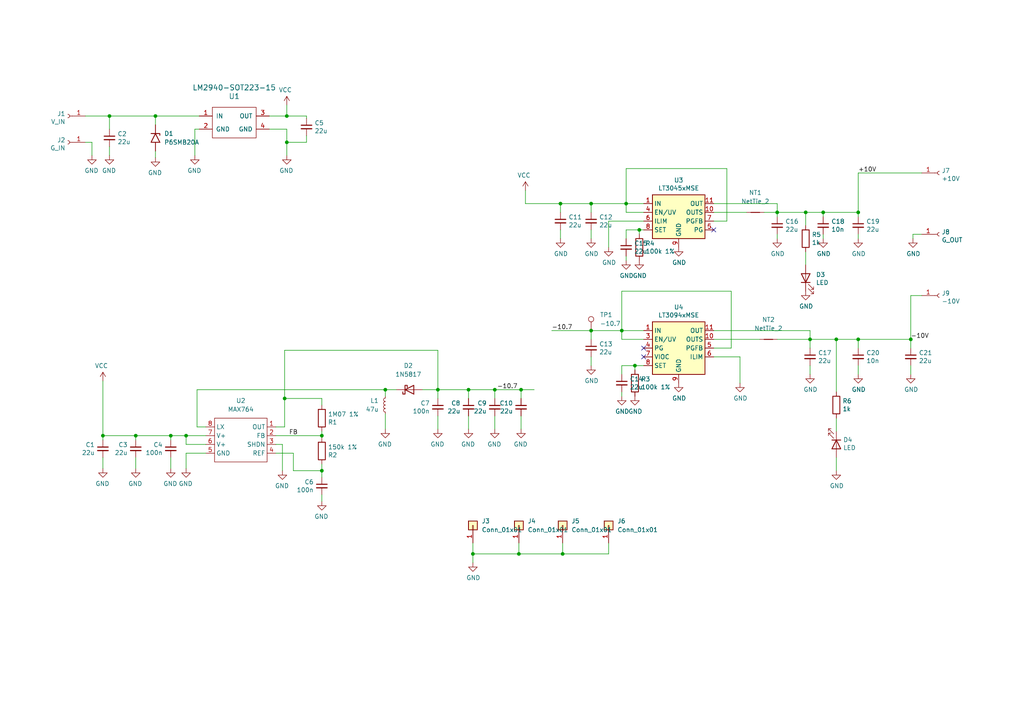
<source format=kicad_sch>
(kicad_sch (version 20211123) (generator eeschema)
  (paper "A4")
  (title_block (title "Alpine 7909 DC-DC converter ") (date "2023-07-05") (rev "2.1") (company "Marcin Dymczyk"))
  (lib_symbols
    (symbol "Connector:Conn_01x01_Female" (pin_names (offset 1.016) hide)
      (property "Reference" "J" (at 0 2.54 0))
      (property "Value" "Conn_01x01_Female" (at 0 -2.54 0))
      (symbol "Conn_01x01_Female_1_1"
        (polyline (pts (xy -1.27 0) (xy -0.508 0)) (stroke (width 0.1524)))
        (arc (start 0 0.508) (mid -0.508 0) (end 0 -0.508) (stroke (width 0.1524)))
        (pin passive line (at -5.08 0 0) (length 3.81) (name "Pin_1") (number "1"))
      )
    )
    (symbol "Connector:TestPoint" (pin_numbers hide) (pin_names (offset 0.762) hide)
      (property "Reference" "TP" (at 0 6.858 0))
      (property "Value" "TestPoint" (at 0 5.08 0))
      (symbol "TestPoint_0_1"
        (circle (center 0 3.302) (radius 0.762))
      )
      (symbol "TestPoint_1_1"
        (pin passive line (at 0 0 90) (length 2.54) (name "1") (number "1"))
      )
    )
    (symbol "Connector_Generic:Conn_01x01" (pin_names (offset 1.016) hide)
      (property "Reference" "J" (at 0 2.54 0))
      (property "Value" "Conn_01x01" (at 0 -2.54 0))
      (symbol "Conn_01x01_1_1"
        (rectangle (start -1.27 0.127) (end 0 -0.127) (stroke (width 0.1524)))
        (rectangle (start -1.27 1.27) (end 1.27 -1.27) (stroke (width 0.254)) (fill (type background)))
        (pin passive line (at -5.08 0 0) (length 3.81) (name "Pin_1") (number "1"))
      )
    )
    (symbol "Device:C_Small" (pin_numbers hide) (pin_names (offset 0.254) hide)
      (property "Reference" "C" (at 0.254 1.778 0))
      (property "Value" "C_Small" (at 0.254 -2.032 0))
      (symbol "C_Small_0_1"
        (polyline (pts (xy -1.524 -0.508) (xy 1.524 -0.508)) (stroke (width 0.3302)))
        (polyline (pts (xy -1.524 0.508) (xy 1.524 0.508)) (stroke (width 0.3048)))
      )
      (symbol "C_Small_1_1"
        (pin passive line (at 0 2.54 270) (length 2.032) (name "~") (number "1"))
        (pin passive line (at 0 -2.54 90) (length 2.032) (name "~") (number "2"))
      )
    )
    (symbol "Device:LED" (pin_numbers hide) (pin_names (offset 1.016) hide)
      (property "Reference" "D" (at 0 2.54 0))
      (property "Value" "LED" (at 0 -2.54 0))
      (symbol "LED_0_1"
        (polyline (pts (xy -1.27 -1.27) (xy -1.27 1.27)) (stroke (width 0.254)))
        (polyline (pts (xy -1.27 0) (xy 1.27 0)))
        (polyline (pts (xy 1.27 -1.27) (xy 1.27 1.27) (xy -1.27 0) (xy 1.27 -1.27)) (stroke (width 0.254)))
        (polyline (pts (xy -3.048 -0.762) (xy -4.572 -2.286) (xy -3.81 -2.286) (xy -4.572 -2.286) (xy -4.572 -1.524)))
        (polyline (pts (xy -1.778 -0.762) (xy -3.302 -2.286) (xy -2.54 -2.286) (xy -3.302 -2.286) (xy -3.302 -1.524)))
      )
      (symbol "LED_1_1"
        (pin passive line (at -3.81 0 0) (length 2.54) (name "K") (number "1"))
        (pin passive line (at 3.81 0 180) (length 2.54) (name "A") (number "2"))
      )
    )
    (symbol "Device:L_Small" (pin_numbers hide) (pin_names (offset 0.254) hide)
      (property "Reference" "L" (at 0.762 1.016 0))
      (property "Value" "L_Small" (at 0.762 -1.016 0))
      (symbol "L_Small_0_1"
        (arc (start 0 -2.032) (mid 0.508 -1.524) (end 0 -1.016))
        (arc (start 0 -1.016) (mid 0.508 -0.508) (end 0 0))
        (arc (start 0 0) (mid 0.508 0.508) (end 0 1.016))
        (arc (start 0 1.016) (mid 0.508 1.524) (end 0 2.032))
      )
      (symbol "L_Small_1_1"
        (pin passive line (at 0 2.54 270) (length 0.508) (name "~") (number "1"))
        (pin passive line (at 0 -2.54 90) (length 0.508) (name "~") (number "2"))
      )
    )
    (symbol "Device:NetTie_2" (pin_numbers hide) (pin_names (offset 0) hide)
      (property "Reference" "NT" (at 0 1.27 0))
      (property "Value" "NetTie_2" (at 0 -1.27 0))
      (symbol "NetTie_2_0_1"
        (polyline (pts (xy -1.27 0) (xy 1.27 0)) (stroke (width 0.254)))
      )
      (symbol "NetTie_2_1_1"
        (pin passive line (at -2.54 0 0) (length 2.54) (name "1") (number "1"))
        (pin passive line (at 2.54 0 180) (length 2.54) (name "2") (number "2"))
      )
    )
    (symbol "Device:R" (pin_numbers hide) (pin_names (offset 0))
      (property "Reference" "R" (at 2.032 0 90))
      (property "Value" "R" (at 0 0 90))
      (symbol "R_0_1"
        (rectangle (start -1.016 -2.54) (end 1.016 2.54) (stroke (width 0.254)))
      )
      (symbol "R_1_1"
        (pin passive line (at 0 3.81 270) (length 1.27) (name "~") (number "1"))
        (pin passive line (at 0 -3.81 90) (length 1.27) (name "~") (number "2"))
      )
    )
    (symbol "Diode:1N5817" (pin_numbers hide) (pin_names (offset 1.016) hide)
      (property "Reference" "D" (at 0 2.54 0))
      (property "Value" "1N5817" (at 0 -2.54 0))
      (symbol "1N5817_0_1"
        (polyline (pts (xy 1.27 0) (xy -1.27 0)))
        (polyline (pts (xy 1.27 1.27) (xy 1.27 -1.27) (xy -1.27 0) (xy 1.27 1.27)) (stroke (width 0.254)))
        (polyline (pts (xy -1.905 0.635) (xy -1.905 1.27) (xy -1.27 1.27) (xy -1.27 -1.27) (xy -0.635 -1.27) (xy -0.635 -0.635)) (stroke (width 0.254)))
      )
      (symbol "1N5817_1_1"
        (pin passive line (at -3.81 0 0) (length 2.54) (name "K") (number "1"))
        (pin passive line (at 3.81 0 180) (length 2.54) (name "A") (number "2"))
      )
    )
    (symbol "Diode:SM6T15A" (pin_numbers hide) (pin_names (offset 1.016) hide)
      (property "Reference" "D" (at 0 2.54 0))
      (property "Value" "SM6T15A" (at 0 -2.54 0))
      (symbol "SM6T15A_0_1"
        (polyline (pts (xy -0.762 1.27) (xy -1.27 1.27) (xy -1.27 -1.27)) (stroke (width 0.254)))
        (polyline (pts (xy 1.27 1.27) (xy 1.27 -1.27) (xy -1.27 0) (xy 1.27 1.27)) (stroke (width 0.254)))
      )
      (symbol "SM6T15A_1_1"
        (pin passive line (at -3.81 0 0) (length 2.54) (name "A1") (number "1"))
        (pin passive line (at 3.81 0 180) (length 2.54) (name "A2") (number "2"))
      )
    )
    (symbol "Regulator_Linear:LT3045xMSE"
      (property "Reference" "U" (at -6.35 6.35 0))
      (property "Value" "LT3045xMSE" (at 1.27 6.35 0))
      (symbol "LT3045xMSE_0_1"
        (rectangle (start -7.62 5.08) (end 7.62 -7.62) (stroke (width 0.254)) (fill (type background)))
      )
      (symbol "LT3045xMSE_1_1"
        (pin power_in line (at -10.16 2.54 0) (length 2.54) (name "IN") (number "1"))
        (pin input line (at 10.16 0 180) (length 2.54) (name "OUTS") (number "10"))
        (pin power_out line (at 10.16 2.54 180) (length 2.54) (name "OUT") (number "11"))
        (pin passive line (at 10.16 2.54 180) (length 2.54) hide (name "OUT") (number "12"))
        (pin passive line (at 0 -10.16 90) (length 2.54) hide (name "GND") (number "13"))
        (pin passive line (at -10.16 2.54 0) (length 2.54) hide (name "IN") (number "2"))
        (pin passive line (at -10.16 2.54 0) (length 2.54) hide (name "IN") (number "3"))
        (pin input line (at -10.16 0 0) (length 2.54) (name "EN/UV") (number "4"))
        (pin open_collector line (at 10.16 -5.08 180) (length 2.54) (name "PG") (number "5"))
        (pin passive line (at -10.16 -2.54 0) (length 2.54) (name "ILIM") (number "6"))
        (pin input line (at 10.16 -2.54 180) (length 2.54) (name "PGFB") (number "7"))
        (pin passive line (at -10.16 -5.08 0) (length 2.54) (name "SET") (number "8"))
        (pin power_in line (at 0 -10.16 90) (length 2.54) (name "GND") (number "9"))
      )
    )
    (symbol "dcdc_7909-rescue:LT3094xMSE-Regulator_Linear2"
      (property "Reference" "U" (at -6.35 8.89 0))
      (property "Value" "LT3094xMSE-Regulator_Linear2" (at 1.27 8.89 0))
      (symbol "LT3094xMSE-Regulator_Linear2_0_0"
        (pin passive line (at 10.16 5.08 180) (length 2.54) hide (name "OUT") (number "12"))
        (pin passive line (at -10.16 5.08 0) (length 2.54) hide (name "IN") (number "13"))
      )
      (symbol "LT3094xMSE-Regulator_Linear2_0_1"
        (rectangle (start 7.62 7.62) (end -7.62 -7.62) (stroke (width 0.254)) (fill (type background)))
      )
      (symbol "LT3094xMSE-Regulator_Linear2_1_1"
        (pin power_in line (at -10.16 5.08 0) (length 2.54) (name "IN") (number "1"))
        (pin input line (at 10.16 2.54 180) (length 2.54) (name "OUTS") (number "10"))
        (pin power_out line (at 10.16 5.08 180) (length 2.54) (name "OUT") (number "11"))
        (pin passive line (at -10.16 5.08 0) (length 2.54) hide (name "IN") (number "2"))
        (pin input line (at -10.16 2.54 0) (length 2.54) (name "EN/UV") (number "3"))
        (pin open_collector line (at -10.16 0 0) (length 2.54) (name "PG") (number "4"))
        (pin input line (at 10.16 0 180) (length 2.54) (name "PGFB") (number "5"))
        (pin passive line (at 10.16 -2.54 180) (length 2.54) (name "ILIM") (number "6"))
        (pin passive line (at -10.16 -2.54 0) (length 2.54) (name "VIOC") (number "7"))
        (pin passive line (at -10.16 -5.08 0) (length 2.54) (name "SET") (number "8"))
        (pin power_in line (at 0 -10.16 90) (length 2.54) (name "GND") (number "9"))
      )
    )
    (symbol "marcin_library:LM2940-SOT223" (pin_names (offset 1.016))
      (property "Reference" "U" (at 0 -3.81 0))
      (property "Value" "LM2940-SOT223" (at 0 8.89 0))
      (symbol "LM2940-SOT223_0_1"
        (rectangle (start -6.35 6.35) (end 6.35 -2.54))
      )
      (symbol "LM2940-SOT223_1_1"
        (pin power_in line (at -10.16 3.81 0) (length 3.81) (name "IN") (number "1"))
        (pin power_in line (at -10.16 0 0) (length 3.81) (name "GND") (number "2"))
        (pin power_out line (at 10.16 3.81 180) (length 3.81) (name "OUT") (number "3"))
        (pin power_in line (at 10.16 0 180) (length 3.81) (name "GND") (number "4"))
      )
    )
    (symbol "marcin_library:MAX764"
      (property "Reference" "U" (at 0 7.62 0))
      (property "Value" "MAX764" (at 0 10.16 0))
      (symbol "MAX764_0_1"
        (rectangle (start -7.62 6.35) (end 7.62 -6.35))
      )
      (symbol "MAX764_1_1"
        (pin output line (at -10.16 3.81 0) (length 2.54) (name "OUT") (number "1"))
        (pin output line (at -10.16 1.27 0) (length 2.54) (name "FB") (number "2"))
        (pin output line (at -10.16 -1.27 0) (length 2.54) (name "SHDN") (number "3"))
        (pin output line (at -10.16 -3.81 0) (length 2.54) (name "REF") (number "4"))
        (pin output line (at 10.16 -3.81 180) (length 2.54) (name "GND") (number "5"))
        (pin output line (at 10.16 -1.27 180) (length 2.54) (name "V+") (number "6"))
        (pin output line (at 10.16 1.27 180) (length 2.54) (name "V+") (number "7"))
        (pin output line (at 10.16 3.81 180) (length 2.54) (name "LX") (number "8"))
      )
    )
    (symbol "power:GND" (power) (pin_names (offset 0))
      (property "Value" "GND" (at 0 -3.81 0))
      (symbol "GND_0_1"
        (polyline (pts (xy 0 0) (xy 0 -1.27) (xy 1.27 -1.27) (xy 0 -2.54) (xy -1.27 -1.27) (xy 0 -1.27)))
      )
      (symbol "GND_1_1"
        (pin power_in line (at 0 0 270) (length 0) hide (name "GND") (number "1"))
      )
    )
    (symbol "power:VCC" (power) (pin_names (offset 0))
      (property "Value" "VCC" (at 0 3.81 0))
      (symbol "VCC_0_1"
        (polyline (pts (xy -0.762 1.27) (xy 0 2.54)))
        (polyline (pts (xy 0 0) (xy 0 2.54)))
        (polyline (pts (xy 0 2.54) (xy 0.762 1.27)))
      )
      (symbol "VCC_1_1"
        (pin power_in line (at 0 0 90) (length 0) hide (name "VCC") (number "1"))
      )
    )
  )
  (junction (at 49.53 126.365))
  (junction (at 39.37 126.365))
  (junction (at 264.16 98.425))
  (junction (at 143.51 113.03))
  (junction (at 184.15 106.045))
  (junction (at 53.975 126.365))
  (junction (at 162.56 59.055))
  (junction (at 135.89 113.03))
  (junction (at 83.185 33.655))
  (junction (at 150.495 160.655))
  (junction (at 233.68 61.595))
  (junction (at 111.76 113.03))
  (junction (at 171.45 95.885))
  (junction (at 31.75 33.655))
  (junction (at 242.57 98.425))
  (junction (at 29.845 126.365))
  (junction (at 83.185 41.275))
  (junction (at 181.61 59.055))
  (junction (at 163.195 160.655))
  (junction (at 151.13 113.03))
  (junction (at 93.345 136.525))
  (junction (at 180.34 95.885))
  (junction (at 45.085 33.655))
  (junction (at 248.92 98.425))
  (junction (at 93.345 126.365))
  (junction (at 137.16 160.655))
  (junction (at 225.425 61.595))
  (junction (at 185.42 66.675))
  (junction (at 238.76 61.595))
  (junction (at 171.45 59.055))
  (junction (at 248.92 61.595))
  (junction (at 127 113.03))
  (junction (at 82.55 115.57))
  (junction (at 234.95 98.425))
  (no_connect (at 186.69 103.505))
  (no_connect (at 186.69 100.965))
  (no_connect (at 207.01 66.675))
  (wire (pts (xy 137.16 157.48) (xy 137.16 160.655)))
  (wire (pts (xy 24.765 33.655) (xy 31.75 33.655)))
  (wire (pts (xy 180.34 95.885) (xy 186.69 95.885)))
  (wire (pts (xy 93.345 143.51) (xy 93.345 145.415)))
  (wire (pts (xy 163.195 157.48) (xy 163.195 160.655)))
  (wire (pts (xy 88.9 33.655) (xy 88.9 34.29)))
  (wire (pts (xy 248.92 50.165) (xy 248.92 61.595)))
  (wire (pts (xy 233.68 76.835) (xy 233.68 73.025)))
  (wire (pts (xy 45.085 33.655) (xy 57.785 33.655)))
  (wire (pts (xy 137.16 160.655) (xy 150.495 160.655)))
  (wire (pts (xy 83.185 41.275) (xy 88.9 41.275)))
  (wire (pts (xy 143.51 113.03) (xy 143.51 115.57)))
  (wire (pts (xy 267.335 67.945) (xy 264.795 67.945)))
  (wire (pts (xy 233.68 61.595) (xy 238.76 61.595)))
  (wire (pts (xy 143.51 120.65) (xy 143.51 124.46)))
  (wire (pts (xy 29.845 132.715) (xy 29.845 135.89)))
  (wire (pts (xy 31.75 42.545) (xy 31.75 45.085)))
  (wire (pts (xy 59.69 128.905) (xy 53.975 128.905)))
  (wire (pts (xy 181.61 75.565) (xy 181.61 74.295)))
  (wire (pts (xy 238.76 69.215) (xy 238.76 67.945)))
  (wire (pts (xy 127 120.65) (xy 127 124.46)))
  (wire (pts (xy 152.4 59.055) (xy 162.56 59.055)))
  (wire (pts (xy 181.61 66.675) (xy 181.61 69.215)))
  (wire (pts (xy 171.45 69.215) (xy 171.45 66.675)))
  (wire (pts (xy 83.185 33.655) (xy 88.9 33.655)))
  (wire (pts (xy 180.34 98.425) (xy 180.34 95.885)))
  (wire (pts (xy 59.69 123.825) (xy 57.15 123.825)))
  (wire (pts (xy 88.9 41.275) (xy 88.9 39.37)))
  (wire (pts (xy 207.01 100.965) (xy 212.09 100.965)))
  (wire (pts (xy 221.615 61.595) (xy 225.425 61.595)))
  (wire (pts (xy 171.45 95.885) (xy 180.34 95.885)))
  (wire (pts (xy 82.55 101.6) (xy 127 101.6)))
  (wire (pts (xy 171.45 106.045) (xy 171.45 103.505)))
  (wire (pts (xy 78.105 37.465) (xy 83.185 37.465)))
  (wire (pts (xy 162.56 59.055) (xy 171.45 59.055)))
  (wire (pts (xy 267.335 85.725) (xy 264.16 85.725)))
  (wire (pts (xy 176.53 160.655) (xy 176.53 157.48)))
  (wire (pts (xy 207.01 98.425) (xy 220.345 98.425)))
  (wire (pts (xy 225.425 59.055) (xy 225.425 61.595)))
  (wire (pts (xy 83.185 33.655) (xy 83.185 30.48)))
  (wire (pts (xy 234.95 100.965) (xy 234.95 98.425)))
  (wire (pts (xy 80.01 126.365) (xy 93.345 126.365)))
  (wire (pts (xy 210.82 64.135) (xy 210.82 48.895)))
  (wire (pts (xy 238.76 61.595) (xy 238.76 62.865)))
  (wire (pts (xy 242.57 125.095) (xy 242.57 121.285)))
  (wire (pts (xy 180.34 114.935) (xy 180.34 113.665)))
  (wire (pts (xy 85.09 131.445) (xy 85.09 136.525)))
  (wire (pts (xy 152.4 55.245) (xy 152.4 59.055)))
  (wire (pts (xy 59.69 126.365) (xy 53.975 126.365)))
  (wire (pts (xy 137.16 160.655) (xy 137.16 163.195)))
  (wire (pts (xy 185.42 66.675) (xy 181.61 66.675)))
  (wire (pts (xy 39.37 132.715) (xy 39.37 135.89)))
  (wire (pts (xy 242.57 136.525) (xy 242.57 132.715)))
  (wire (pts (xy 207.01 95.885) (xy 234.95 95.885)))
  (wire (pts (xy 127 113.03) (xy 127 115.57)))
  (wire (pts (xy 248.92 69.215) (xy 248.92 67.945)))
  (wire (pts (xy 150.495 160.655) (xy 163.195 160.655)))
  (wire (pts (xy 39.37 126.365) (xy 39.37 127.635)))
  (wire (pts (xy 186.69 98.425) (xy 180.34 98.425)))
  (wire (pts (xy 171.45 98.425) (xy 171.45 95.885)))
  (wire (pts (xy 151.13 113.03) (xy 154.94 113.03)))
  (wire (pts (xy 214.63 103.505) (xy 214.63 111.125)))
  (wire (pts (xy 31.75 33.655) (xy 45.085 33.655)))
  (wire (pts (xy 225.425 98.425) (xy 234.95 98.425)))
  (wire (pts (xy 210.82 48.895) (xy 181.61 48.895)))
  (wire (pts (xy 29.845 126.365) (xy 29.845 127.635)))
  (wire (pts (xy 207.01 59.055) (xy 225.425 59.055)))
  (wire (pts (xy 127 113.03) (xy 135.89 113.03)))
  (wire (pts (xy 160.02 95.885) (xy 171.45 95.885)))
  (wire (pts (xy 162.56 66.675) (xy 162.56 69.215)))
  (wire (pts (xy 150.495 157.48) (xy 150.495 160.655)))
  (wire (pts (xy 24.765 41.275) (xy 26.67 41.275)))
  (wire (pts (xy 233.68 65.405) (xy 233.68 61.595)))
  (wire (pts (xy 135.89 113.03) (xy 135.89 115.57)))
  (wire (pts (xy 81.915 128.905) (xy 81.915 136.525)))
  (wire (pts (xy 180.34 106.045) (xy 180.34 108.585)))
  (wire (pts (xy 248.92 50.165) (xy 267.335 50.165)))
  (wire (pts (xy 186.69 64.135) (xy 176.53 64.135)))
  (wire (pts (xy 56.515 37.465) (xy 56.515 45.085)))
  (wire (pts (xy 83.185 41.275) (xy 83.185 45.085)))
  (wire (pts (xy 49.53 126.365) (xy 39.37 126.365)))
  (wire (pts (xy 248.92 98.425) (xy 248.92 100.965)))
  (wire (pts (xy 114.935 113.03) (xy 111.76 113.03)))
  (wire (pts (xy 53.975 126.365) (xy 53.975 128.905)))
  (wire (pts (xy 225.425 67.945) (xy 225.425 69.215)))
  (wire (pts (xy 242.57 113.665) (xy 242.57 98.425)))
  (wire (pts (xy 111.76 120.015) (xy 111.76 124.46)))
  (wire (pts (xy 80.01 123.825) (xy 82.55 123.825)))
  (wire (pts (xy 234.95 108.585) (xy 234.95 106.045)))
  (wire (pts (xy 31.75 33.655) (xy 31.75 37.465)))
  (wire (pts (xy 127 101.6) (xy 127 113.03)))
  (wire (pts (xy 212.09 84.455) (xy 180.34 84.455)))
  (wire (pts (xy 26.67 41.275) (xy 26.67 45.085)))
  (wire (pts (xy 242.57 98.425) (xy 248.92 98.425)))
  (wire (pts (xy 53.975 131.445) (xy 53.975 135.89)))
  (wire (pts (xy 83.185 37.465) (xy 83.185 41.275)))
  (wire (pts (xy 181.61 59.055) (xy 186.69 59.055)))
  (wire (pts (xy 53.975 126.365) (xy 49.53 126.365)))
  (wire (pts (xy 184.15 106.045) (xy 180.34 106.045)))
  (wire (pts (xy 45.085 43.815) (xy 45.085 45.72)))
  (wire (pts (xy 56.515 37.465) (xy 57.785 37.465)))
  (wire (pts (xy 248.92 61.595) (xy 248.92 62.865)))
  (wire (pts (xy 93.345 117.475) (xy 93.345 115.57)))
  (wire (pts (xy 135.89 113.03) (xy 143.51 113.03)))
  (wire (pts (xy 93.345 126.365) (xy 93.345 127)))
  (wire (pts (xy 49.53 132.715) (xy 49.53 135.89)))
  (wire (pts (xy 234.95 98.425) (xy 242.57 98.425)))
  (wire (pts (xy 185.42 66.675) (xy 185.42 67.945)))
  (wire (pts (xy 49.53 126.365) (xy 49.53 127.635)))
  (wire (pts (xy 163.195 160.655) (xy 176.53 160.655)))
  (wire (pts (xy 93.345 136.525) (xy 93.345 138.43)))
  (wire (pts (xy 181.61 61.595) (xy 181.61 59.055)))
  (wire (pts (xy 264.16 108.585) (xy 264.16 106.045)))
  (wire (pts (xy 93.345 136.525) (xy 93.345 134.62)))
  (wire (pts (xy 264.16 85.725) (xy 264.16 98.425)))
  (wire (pts (xy 39.37 126.365) (xy 29.845 126.365)))
  (wire (pts (xy 180.34 84.455) (xy 180.34 95.885)))
  (wire (pts (xy 171.45 59.055) (xy 181.61 59.055)))
  (wire (pts (xy 248.92 108.585) (xy 248.92 106.045)))
  (wire (pts (xy 207.01 61.595) (xy 216.535 61.595)))
  (wire (pts (xy 181.61 48.895) (xy 181.61 59.055)))
  (wire (pts (xy 111.76 113.03) (xy 111.76 114.935)))
  (wire (pts (xy 186.69 66.675) (xy 185.42 66.675)))
  (wire (pts (xy 264.16 98.425) (xy 264.16 100.965)))
  (wire (pts (xy 45.085 33.655) (xy 45.085 36.195)))
  (wire (pts (xy 143.51 113.03) (xy 151.13 113.03)))
  (wire (pts (xy 264.795 67.945) (xy 264.795 69.215)))
  (wire (pts (xy 162.56 59.055) (xy 162.56 61.595)))
  (wire (pts (xy 225.425 61.595) (xy 225.425 62.865)))
  (wire (pts (xy 225.425 61.595) (xy 233.68 61.595)))
  (wire (pts (xy 176.53 64.135) (xy 176.53 71.755)))
  (wire (pts (xy 186.69 61.595) (xy 181.61 61.595)))
  (wire (pts (xy 127 113.03) (xy 122.555 113.03)))
  (wire (pts (xy 207.01 64.135) (xy 210.82 64.135)))
  (wire (pts (xy 82.55 115.57) (xy 82.55 123.825)))
  (wire (pts (xy 57.15 123.825) (xy 57.15 113.03)))
  (wire (pts (xy 85.09 136.525) (xy 93.345 136.525)))
  (wire (pts (xy 238.76 61.595) (xy 248.92 61.595)))
  (wire (pts (xy 82.55 115.57) (xy 93.345 115.57)))
  (wire (pts (xy 248.92 98.425) (xy 264.16 98.425)))
  (wire (pts (xy 78.105 33.655) (xy 83.185 33.655)))
  (wire (pts (xy 80.01 128.905) (xy 81.915 128.905)))
  (wire (pts (xy 59.69 131.445) (xy 53.975 131.445)))
  (wire (pts (xy 29.845 110.49) (xy 29.845 126.365)))
  (wire (pts (xy 234.95 95.885) (xy 234.95 98.425)))
  (wire (pts (xy 184.15 106.045) (xy 184.15 107.315)))
  (wire (pts (xy 212.09 100.965) (xy 212.09 84.455)))
  (wire (pts (xy 171.45 61.595) (xy 171.45 59.055)))
  (wire (pts (xy 151.13 120.65) (xy 151.13 124.46)))
  (wire (pts (xy 207.01 103.505) (xy 214.63 103.505)))
  (wire (pts (xy 93.345 125.095) (xy 93.345 126.365)))
  (wire (pts (xy 80.01 131.445) (xy 85.09 131.445)))
  (wire (pts (xy 82.55 101.6) (xy 82.55 115.57)))
  (wire (pts (xy 186.69 106.045) (xy 184.15 106.045)))
  (wire (pts (xy 135.89 120.65) (xy 135.89 124.46)))
  (wire (pts (xy 151.13 113.03) (xy 151.13 115.57)))
  (wire (pts (xy 57.15 113.03) (xy 111.76 113.03)))
  (label "FB" (at 83.82 126.365 0))
  (label "-10.7" (at 144.145 113.03 0))
  (label "-10V" (at 264.16 98.425 0))
  (label "+10V" (at 248.92 50.165 0))
  (label "-10.7" (at 160.02 95.885 0))
  (symbol (lib_id "Regulator_Linear:LT3045xMSE") (at 196.85 61.595 0) (unit 1)
    (property "Reference" "U3" (at 196.85 52.2732 0))
    (property "Value" "LT3045xMSE" (at 196.85 54.5846 0))
    (property "Footprint" "Package_SO:MSOP-12-1EP_3x4mm_P0.65mm_EP1.65x2.85mm" (effects hide))
    (property "Datasheet" "https://www.analog.com/media/en/technical-documentation/data-sheets/3045fa.pdf" (effects hide))
    (property "LCSC" "C666577" (effects hide))
  )
  (symbol (lib_id "dcdc_7909-rescue:LT3094xMSE-Regulator_Linear2") (at 196.85 100.965 0) (unit 1)
    (property "Reference" "U4" (at 196.85 89.1032 0))
    (property "Value" "LT3094xMSE" (at 196.85 91.4146 0))
    (property "Footprint" "Package_SO:MSOP-12-1EP_3x4mm_P0.65mm_EP1.65x2.85mm" (effects hide))
    (property "LCSC" "C498217" (effects hide))
  )
  (symbol (lib_id "power:GND") (at 196.85 111.125 0) (unit 1)
    (property "Reference" "#PWR030" (effects hide))
    (property "Value" "GND" (at 196.977 115.5192 0))
  )
  (symbol (lib_id "power:GND") (at 196.85 71.755 0) (unit 1)
    (property "Reference" "#PWR029" (effects hide))
    (property "Value" "GND" (at 196.977 76.1492 0))
  )
  (symbol (lib_id "power:GND") (at 214.63 111.125 0) (unit 1)
    (property "Reference" "#PWR031" (effects hide))
    (property "Value" "GND" (at 214.757 115.5192 0))
  )
  (symbol (lib_id "power:GND") (at 176.53 71.755 0) (unit 1)
    (property "Reference" "#PWR024" (effects hide))
    (property "Value" "GND" (at 176.657 76.1492 0))
  )
  (symbol (lib_id "Connector:Conn_01x01_Female") (at 19.685 33.655 0) (mirror y) (unit 1)
    (property "Reference" "J1" (at 18.9738 32.9946 0) (effects (justify left)))
    (property "Value" "V_IN" (at 18.9738 35.306 0) (effects (justify left)))
    (property "Footprint" "Connector_Wire:SolderWire-0.75sqmm_1x01_D1.25mm_OD3.5mm" (effects hide))
    (property "LCSC" "DO NOT POPULATE" (effects hide))
  )
  (symbol (lib_id "Connector:Conn_01x01_Female") (at 19.685 41.275 0) (mirror y) (unit 1)
    (property "Reference" "J2" (at 18.9738 40.6146 0) (effects (justify left)))
    (property "Value" "G_IN" (at 18.9738 42.926 0) (effects (justify left)))
    (property "Footprint" "Connector_Wire:SolderWire-0.75sqmm_1x01_D1.25mm_OD3.5mm" (effects hide))
    (property "LCSC" "DO NOT POPULATE" (effects hide))
  )
  (symbol (lib_id "power:VCC") (at 83.185 30.48 0) (mirror y) (unit 1)
    (property "Reference" "#PWR011" (effects hide))
    (property "Value" "VCC" (at 82.7532 26.0858 0))
  )
  (symbol (lib_id "power:GND") (at 26.67 45.085 0) (mirror y) (unit 1)
    (property "Reference" "#PWR01" (effects hide))
    (property "Value" "GND" (at 26.543 49.4792 0))
  )
  (symbol (lib_id "Connector:Conn_01x01_Female") (at 272.415 50.165 0) (unit 1)
    (property "Reference" "J7" (at 273.1262 49.5046 0) (effects (justify left)))
    (property "Value" "+10V" (at 273.1262 51.816 0) (effects (justify left)))
    (property "Footprint" "Connector_Wire:SolderWire-0.75sqmm_1x01_D1.25mm_OD3.5mm" (effects hide))
    (property "LCSC" "DO NOT POPULATE" (effects hide))
  )
  (symbol (lib_id "Connector:Conn_01x01_Female") (at 272.415 67.945 0) (unit 1)
    (property "Reference" "J8" (at 273.1262 67.2846 0) (effects (justify left)))
    (property "Value" "G_OUT" (at 273.1262 69.596 0) (effects (justify left)))
    (property "Footprint" "Connector_Wire:SolderWire-0.75sqmm_1x01_D1.25mm_OD3.5mm" (effects hide))
    (property "LCSC" "DO NOT POPULATE" (effects hide))
  )
  (symbol (lib_id "Connector:Conn_01x01_Female") (at 272.415 85.725 0) (unit 1)
    (property "Reference" "J9" (at 273.1262 85.0646 0) (effects (justify left)))
    (property "Value" "-10V" (at 273.1262 87.376 0) (effects (justify left)))
    (property "Footprint" "Connector_Wire:SolderWire-0.75sqmm_1x01_D1.25mm_OD3.5mm" (effects hide))
    (property "LCSC" "DO NOT POPULATE" (effects hide))
  )
  (symbol (lib_id "power:GND") (at 264.795 69.215 0) (unit 1)
    (property "Reference" "#PWR040" (effects hide))
    (property "Value" "GND" (at 264.922 73.6092 0))
  )
  (symbol (lib_id "Device:R") (at 185.42 71.755 0) (unit 1)
    (property "Reference" "R4" (at 187.198 70.5866 0) (effects (justify left)))
    (property "Value" "100k 1%" (at 187.198 72.898 0) (effects (justify left)))
    (property "Footprint" "Resistor_SMD:R_0603_1608Metric" (effects hide))
    (property "LCSC" "C25803" (effects hide))
  )
  (symbol (lib_id "Device:R") (at 184.15 111.125 0) (unit 1)
    (property "Reference" "R3" (at 185.928 109.9566 0) (effects (justify left)))
    (property "Value" "100k 1%" (at 185.928 112.268 0) (effects (justify left)))
    (property "Footprint" "Resistor_SMD:R_0603_1608Metric" (effects hide))
    (property "LCSC" "C25803" (effects hide))
  )
  (symbol (lib_id "power:GND") (at 185.42 75.565 0) (unit 1)
    (property "Reference" "#PWR028" (effects hide))
    (property "Value" "GND" (at 185.547 79.9592 0))
  )
  (symbol (lib_id "power:GND") (at 184.15 114.935 0) (unit 1)
    (property "Reference" "#PWR027" (effects hide))
    (property "Value" "GND" (at 184.277 119.3292 0))
  )
  (symbol (lib_id "Device:C_Small") (at 171.45 100.965 0) (unit 1)
    (property "Reference" "C13" (at 173.7868 99.7966 0) (effects (justify left)))
    (property "Value" "22u" (at 173.7868 102.108 0) (effects (justify left)))
    (property "Footprint" "Capacitor_SMD:C_1210_3225Metric" (effects hide))
    (property "LCSC" "C426653" (effects hide))
    (property "PN" "Murata GCM32EC71E226KE36" (effects hide))
  )
  (symbol (lib_id "Device:C_Small") (at 171.45 64.135 0) (unit 1)
    (property "Reference" "C12" (at 173.7868 62.9666 0) (effects (justify left)))
    (property "Value" "22u" (at 173.7868 65.278 0) (effects (justify left)))
    (property "Footprint" "Capacitor_SMD:C_1210_3225Metric" (effects hide))
    (property "LCSC" "C426653" (effects hide))
    (property "PN" "Murata GCM32EC71E226KE36" (effects hide))
  )
  (symbol (lib_id "power:GND") (at 171.45 106.045 0) (unit 1)
    (property "Reference" "#PWR023" (effects hide))
    (property "Value" "GND" (at 171.577 110.4392 0))
  )
  (symbol (lib_id "power:GND") (at 171.45 69.215 0) (unit 1)
    (property "Reference" "#PWR022" (effects hide))
    (property "Value" "GND" (at 171.577 73.6092 0))
  )
  (symbol (lib_id "Device:C_Small") (at 234.95 103.505 0) (unit 1)
    (property "Reference" "C17" (at 237.2868 102.3366 0) (effects (justify left)))
    (property "Value" "22u" (at 237.2868 104.648 0) (effects (justify left)))
    (property "Footprint" "Capacitor_SMD:C_1210_3225Metric" (effects hide))
    (property "LCSC" "C426653" (effects hide))
    (property "PN" "Murata GCM32EC71E226KE36" (effects hide))
  )
  (symbol (lib_id "Device:C_Small") (at 225.425 65.405 0) (unit 1)
    (property "Reference" "C16" (at 227.7618 64.2366 0) (effects (justify left)))
    (property "Value" "22u" (at 227.7618 66.548 0) (effects (justify left)))
    (property "Footprint" "Capacitor_SMD:C_1210_3225Metric" (effects hide))
    (property "LCSC" "C426653" (effects hide))
    (property "PN" "Murata GCM32EC71E226KE36" (effects hide))
  )
  (symbol (lib_id "power:GND") (at 234.95 108.585 0) (unit 1)
    (property "Reference" "#PWR034" (effects hide))
    (property "Value" "GND" (at 235.077 112.9792 0))
  )
  (symbol (lib_id "power:GND") (at 225.425 69.215 0) (unit 1)
    (property "Reference" "#PWR032" (effects hide))
    (property "Value" "GND" (at 225.552 73.6092 0))
  )
  (symbol (lib_id "Device:C_Small") (at 180.34 111.125 0) (unit 1)
    (property "Reference" "C14" (at 182.6768 109.9566 0) (effects (justify left)))
    (property "Value" "22u" (at 182.6768 112.268 0) (effects (justify left)))
    (property "Footprint" "Capacitor_SMD:C_1206_3216Metric" (effects hide))
    (property "LCSC" "C12891" (effects hide))
    (property "PN" "Samsung CL31A226KAHNNNE" (effects hide))
  )
  (symbol (lib_id "Device:C_Small") (at 181.61 71.755 0) (unit 1)
    (property "Reference" "C15" (at 183.9468 70.5866 0) (effects (justify left)))
    (property "Value" "22u" (at 183.9468 72.898 0) (effects (justify left)))
    (property "Footprint" "Capacitor_SMD:C_1206_3216Metric" (effects hide))
    (property "LCSC" "C12891" (effects hide))
    (property "PN" "Samsung CL31A226KAHNNNE" (effects hide))
  )
  (symbol (lib_id "power:GND") (at 181.61 75.565 0) (unit 1)
    (property "Reference" "#PWR026" (effects hide))
    (property "Value" "GND" (at 181.737 79.9592 0))
  )
  (symbol (lib_id "power:GND") (at 180.34 114.935 0) (unit 1)
    (property "Reference" "#PWR025" (effects hide))
    (property "Value" "GND" (at 180.467 119.3292 0))
  )
  (symbol (lib_id "Device:C_Small") (at 238.76 65.405 0) (unit 1)
    (property "Reference" "C18" (at 241.0968 64.2366 0) (effects (justify left)))
    (property "Value" "10n" (at 241.0968 66.548 0) (effects (justify left)))
    (property "Footprint" "Capacitor_SMD:C_0402_1005Metric" (effects hide))
    (property "LCSC" "C15195" (effects hide))
  )
  (symbol (lib_id "Device:C_Small") (at 248.92 103.505 0) (unit 1)
    (property "Reference" "C20" (at 251.2568 102.3366 0) (effects (justify left)))
    (property "Value" "10n" (at 251.2568 104.648 0) (effects (justify left)))
    (property "Footprint" "Capacitor_SMD:C_0402_1005Metric" (effects hide))
    (property "LCSC" "C15195" (effects hide))
  )
  (symbol (lib_id "power:GND") (at 264.16 108.585 0) (unit 1)
    (property "Reference" "#PWR039" (effects hide))
    (property "Value" "GND" (at 264.287 112.9792 0))
  )
  (symbol (lib_id "power:GND") (at 248.92 108.585 0) (unit 1)
    (property "Reference" "#PWR038" (effects hide))
    (property "Value" "GND" (at 249.047 112.9792 0))
  )
  (symbol (lib_id "power:GND") (at 238.76 69.215 0) (unit 1)
    (property "Reference" "#PWR035" (effects hide))
    (property "Value" "GND" (at 238.887 73.6092 0))
  )
  (symbol (lib_id "power:GND") (at 248.92 69.215 0) (unit 1)
    (property "Reference" "#PWR037" (effects hide))
    (property "Value" "GND" (at 249.047 73.6092 0))
  )
  (symbol (lib_id "Device:LED") (at 233.68 80.645 90) (unit 1)
    (property "Reference" "D3" (at 236.6518 79.6544 90) (effects (justify right)))
    (property "Value" "LED" (at 236.6518 81.9658 90) (effects (justify right)))
    (property "Footprint" "LED_SMD:LED_0805_2012Metric_Pad1.15x1.40mm_HandSolder" (effects hide))
    (property "LCSC" "DO NOT POPULATE" (effects hide))
  )
  (symbol (lib_id "Device:R") (at 233.68 69.215 0) (unit 1)
    (property "Reference" "R5" (at 235.458 68.0466 0) (effects (justify left)))
    (property "Value" "1k" (at 235.458 70.358 0) (effects (justify left)))
    (property "Footprint" "Resistor_SMD:R_0402_1005Metric" (effects hide))
    (property "LCSC" "C21190" (effects hide))
  )
  (symbol (lib_id "Device:R") (at 242.57 117.475 0) (unit 1)
    (property "Reference" "R6" (at 244.348 116.3066 0) (effects (justify left)))
    (property "Value" "1k" (at 244.348 118.618 0) (effects (justify left)))
    (property "Footprint" "Resistor_SMD:R_0402_1005Metric" (effects hide))
    (property "LCSC" "C21190" (effects hide))
  )
  (symbol (lib_id "Device:LED") (at 242.57 128.905 270) (unit 1)
    (property "Reference" "D4" (at 244.5512 127.5588 90) (effects (justify left)))
    (property "Value" "LED" (at 244.5512 129.8702 90) (effects (justify left)))
    (property "Footprint" "LED_SMD:LED_0805_2012Metric_Pad1.15x1.40mm_HandSolder" (effects hide))
    (property "LCSC" "DO NOT POPULATE" (effects hide))
  )
  (symbol (lib_id "power:GND") (at 242.57 136.525 0) (unit 1)
    (property "Reference" "#PWR036" (effects hide))
    (property "Value" "GND" (at 242.697 140.9192 0))
  )
  (symbol (lib_id "power:GND") (at 233.68 84.455 0) (unit 1)
    (property "Reference" "#PWR033" (effects hide))
    (property "Value" "GND" (at 233.807 88.8492 0))
  )
  (symbol (lib_id "Connector_Generic:Conn_01x01") (at 163.195 152.4 90) (unit 1)
    (property "Reference" "J5" (at 165.735 151.1299 90) (effects (justify right)))
    (property "Value" "Conn_01x01" (at 165.735 153.6699 90) (effects (justify right)))
    (property "Footprint" "Connector_Wire:SolderWirePad_1x01_SMD_1x2mm" (effects hide))
  )
  (symbol (lib_id "Device:C_Small") (at 29.845 130.175 0) (mirror y) (unit 1)
    (property "Reference" "C1" (at 27.5082 129.0066 0) (effects (justify left)))
    (property "Value" "22u" (at 27.5082 131.318 0) (effects (justify left)))
    (property "Footprint" "Capacitor_SMD:C_1210_3225Metric" (effects hide))
    (property "LCSC" "C426653" (effects hide))
    (property "PN" "Murata GCM32EC71E226KE36" (effects hide))
  )
  (symbol (lib_id "Device:C_Small") (at 49.53 130.175 0) (mirror y) (unit 1)
    (property "Reference" "C4" (at 47.1932 129.0066 0) (effects (justify left)))
    (property "Value" "100n" (at 47.1932 131.318 0) (effects (justify left)))
    (property "Footprint" "Capacitor_SMD:C_0402_1005Metric" (effects hide))
    (property "LCSC" "C15195" (effects hide))
  )
  (symbol (lib_id "Device:C_Small") (at 264.16 103.505 0) (unit 1)
    (property "Reference" "C21" (at 266.4968 102.3366 0) (effects (justify left)))
    (property "Value" "22u" (at 266.4968 104.648 0) (effects (justify left)))
    (property "Footprint" "Capacitor_SMD:C_1210_3225Metric" (effects hide))
    (property "LCSC" "C426653" (effects hide))
    (property "PN" "Murata GCM32EC71E226KE36" (effects hide))
  )
  (symbol (lib_id "power:GND") (at 151.13 124.46 0) (mirror y) (unit 1)
    (property "Reference" "#PWR019" (effects hide))
    (property "Value" "GND" (at 151.003 128.8542 0))
  )
  (symbol (lib_id "power:GND") (at 83.185 45.085 0) (mirror y) (unit 1)
    (property "Reference" "#PWR012" (effects hide))
    (property "Value" "GND" (at 83.058 49.4792 0))
  )
  (symbol (lib_id "power:GND") (at 162.56 69.215 0) (unit 1)
    (property "Reference" "#PWR021" (effects hide))
    (property "Value" "GND" (at 162.687 73.6092 0))
  )
  (symbol (lib_id "Device:C_Small") (at 162.56 64.135 0) (unit 1)
    (property "Reference" "C11" (at 164.8968 62.9666 0) (effects (justify left)))
    (property "Value" "22u" (at 164.8968 65.278 0) (effects (justify left)))
    (property "Footprint" "Capacitor_SMD:C_1210_3225Metric" (effects hide))
    (property "LCSC" "C426653" (effects hide))
    (property "PN" "Murata GCM32EC71E226KE36" (effects hide))
  )
  (symbol (lib_id "Connector_Generic:Conn_01x01") (at 176.53 152.4 90) (unit 1)
    (property "Reference" "J6" (at 179.07 151.1299 90) (effects (justify right)))
    (property "Value" "Conn_01x01" (at 179.07 153.6699 90) (effects (justify right)))
    (property "Footprint" "Connector_Wire:SolderWirePad_1x01_SMD_1x2mm" (effects hide))
  )
  (symbol (lib_id "power:GND") (at 56.515 45.085 0) (mirror y) (unit 1)
    (property "Reference" "#PWR09" (effects hide))
    (property "Value" "GND" (at 56.388 49.4792 0))
  )
  (symbol (lib_id "power:VCC") (at 29.845 110.49 0) (mirror y) (unit 1)
    (property "Reference" "#PWR02" (effects hide))
    (property "Value" "VCC" (at 29.4132 106.0958 0))
  )
  (symbol (lib_id "marcin_library:LM2940-SOT223") (at 67.945 37.465 0) (unit 1)
    (property "Reference" "U1" (at 67.945 27.94 0) (effects (font (size 1.524 1.524))))
    (property "Value" "LM2940-SOT223-15" (at 67.945 25.4 0) (effects (font (size 1.524 1.524))))
    (property "Footprint" "Package_TO_SOT_SMD:SOT-223" (effects hide))
    (property "LCSC" "C81094" (effects hide))
  )
  (symbol (lib_id "Device:C_Small") (at 151.13 118.11 0) (mirror y) (unit 1)
    (property "Reference" "C10" (at 148.7932 116.9416 0) (effects (justify left)))
    (property "Value" "22u" (at 148.7932 119.253 0) (effects (justify left)))
    (property "Footprint" "Capacitor_SMD:C_1210_3225Metric" (effects hide))
    (property "LCSC" "C426653" (effects hide))
    (property "PN" "Murata GCM32EC71E226KE36" (effects hide))
  )
  (symbol (lib_id "Device:C_Small") (at 88.9 36.83 0) (unit 1)
    (property "Reference" "C5" (at 91.2368 35.6616 0) (effects (justify left)))
    (property "Value" "22u" (at 91.2368 37.973 0) (effects (justify left)))
    (property "Footprint" "Capacitor_SMD:C_1210_3225Metric" (effects hide))
    (property "LCSC" "C426653" (effects hide))
    (property "PN" "Murata GCM32EC71E226KE36" (effects hide))
  )
  (symbol (lib_id "Device:C_Small") (at 127 118.11 0) (mirror y) (unit 1)
    (property "Reference" "C7" (at 124.6632 116.9416 0) (effects (justify left)))
    (property "Value" "100n" (at 124.6632 119.253 0) (effects (justify left)))
    (property "Footprint" "Capacitor_SMD:C_0402_1005Metric" (effects hide))
    (property "LCSC" "C15195" (effects hide))
  )
  (symbol (lib_id "Connector_Generic:Conn_01x01") (at 150.495 152.4 90) (unit 1)
    (property "Reference" "J4" (at 153.035 151.1299 90) (effects (justify right)))
    (property "Value" "Conn_01x01" (at 153.035 153.6699 90) (effects (justify right)))
    (property "Footprint" "Connector_Wire:SolderWirePad_1x01_SMD_1x2mm" (effects hide))
  )
  (symbol (lib_id "Device:NetTie_2") (at 219.075 61.595 0) (unit 1)
    (property "Reference" "NT1" (at 219.075 55.88 0))
    (property "Value" "NetTie_2" (at 219.075 58.42 0))
    (property "Footprint" "NetTie:NetTie-2_SMD_Pad0.5mm" (effects hide))
    (property "LCSC" "DO NOT POPULATE" (effects hide))
  )
  (symbol (lib_id "Device:C_Small") (at 143.51 118.11 0) (mirror y) (unit 1)
    (property "Reference" "C9" (at 141.1732 116.9416 0) (effects (justify left)))
    (property "Value" "22u" (at 141.1732 119.253 0) (effects (justify left)))
    (property "Footprint" "Capacitor_SMD:C_1210_3225Metric" (effects hide))
    (property "LCSC" "C426653" (effects hide))
    (property "PN" "Murata GCM32EC71E226KE36" (effects hide))
  )
  (symbol (lib_id "power:GND") (at 31.75 45.085 0) (mirror y) (unit 1)
    (property "Reference" "#PWR04" (effects hide))
    (property "Value" "GND" (at 31.623 49.4792 0))
  )
  (symbol (lib_id "power:GND") (at 143.51 124.46 0) (mirror y) (unit 1)
    (property "Reference" "#PWR018" (effects hide))
    (property "Value" "GND" (at 143.383 128.8542 0))
  )
  (symbol (lib_id "power:GND") (at 29.845 135.89 0) (mirror y) (unit 1)
    (property "Reference" "#PWR03" (effects hide))
    (property "Value" "GND" (at 29.718 140.2842 0))
  )
  (symbol (lib_id "Connector_Generic:Conn_01x01") (at 137.16 152.4 90) (unit 1)
    (property "Reference" "J3" (at 139.7 151.1299 90) (effects (justify right)))
    (property "Value" "Conn_01x01" (at 139.7 153.6699 90) (effects (justify right)))
    (property "Footprint" "Connector_Wire:SolderWirePad_1x01_SMD_1x2mm" (effects hide))
  )
  (symbol (lib_id "Device:C_Small") (at 135.89 118.11 0) (mirror y) (unit 1)
    (property "Reference" "C8" (at 133.5532 116.9416 0) (effects (justify left)))
    (property "Value" "22u" (at 133.5532 119.253 0) (effects (justify left)))
    (property "Footprint" "Capacitor_SMD:C_1210_3225Metric" (effects hide))
    (property "LCSC" "C426653" (effects hide))
    (property "PN" "Murata GCM32EC71E226KE36" (effects hide))
  )
  (symbol (lib_id "power:GND") (at 127 124.46 0) (mirror y) (unit 1)
    (property "Reference" "#PWR015" (effects hide))
    (property "Value" "GND" (at 126.873 128.8542 0))
  )
  (symbol (lib_id "Diode:1N5817") (at 118.745 113.03 0) (mirror x) (unit 1)
    (property "Reference" "D2" (at 118.4275 106.045 0))
    (property "Value" "1N5817" (at 118.4275 108.585 0))
    (property "Footprint" "Diode_SMD:D_PowerDI-123" (effects hide))
    (property "Datasheet" "http://www.vishay.com/docs/88525/1n5817.pdf" (effects hide))
  )
  (symbol (lib_id "power:GND") (at 111.76 124.46 0) (mirror y) (unit 1)
    (property "Reference" "#PWR014" (effects hide))
    (property "Value" "GND" (at 111.633 128.8542 0))
  )
  (symbol (lib_id "Device:NetTie_2") (at 222.885 98.425 0) (unit 1)
    (property "Reference" "NT2" (at 222.885 92.71 0))
    (property "Value" "NetTie_2" (at 222.885 95.25 0))
    (property "Footprint" "NetTie:NetTie-2_SMD_Pad0.5mm" (effects hide))
    (property "LCSC" "DO NOT POPULATE" (effects hide))
  )
  (symbol (lib_id "power:GND") (at 93.345 145.415 0) (mirror y) (unit 1)
    (property "Reference" "#PWR013" (effects hide))
    (property "Value" "GND" (at 93.218 149.8092 0))
  )
  (symbol (lib_id "power:GND") (at 53.975 135.89 0) (mirror y) (unit 1)
    (property "Reference" "#PWR08" (effects hide))
    (property "Value" "GND" (at 53.848 140.2842 0))
  )
  (symbol (lib_id "Device:C_Small") (at 248.92 65.405 0) (unit 1)
    (property "Reference" "C19" (at 251.2568 64.2366 0) (effects (justify left)))
    (property "Value" "22u" (at 251.2568 66.548 0) (effects (justify left)))
    (property "Footprint" "Capacitor_SMD:C_1210_3225Metric" (effects hide))
    (property "LCSC" "C426653" (effects hide))
    (property "PN" "Murata GCM32EC71E226KE36" (effects hide))
  )
  (symbol (lib_id "Connector:TestPoint") (at 171.45 95.885 0) (unit 1)
    (property "Reference" "TP1" (at 173.99 91.3129 0) (effects (justify left)))
    (property "Value" "-10.7" (at 173.99 93.8529 0) (effects (justify left)))
    (property "Footprint" "TestPoint:TestPoint_THTPad_D1.0mm_Drill0.5mm" (effects hide))
    (property "LCSC" "DO NOT POPULATE" (effects hide))
  )
  (symbol (lib_id "Device:R") (at 93.345 121.285 0) (mirror x) (unit 1)
    (property "Reference" "R1" (at 95.123 122.4534 0) (effects (justify left)))
    (property "Value" "1M07 1%" (at 95.123 120.142 0) (effects (justify left)))
    (property "Footprint" "Resistor_SMD:R_0402_1005Metric" (effects hide))
    (property "LCSC" "C25803" (effects hide))
  )
  (symbol (lib_id "Device:C_Small") (at 31.75 40.005 0) (unit 1)
    (property "Reference" "C2" (at 34.0868 38.8366 0) (effects (justify left)))
    (property "Value" "22u" (at 34.0868 41.148 0) (effects (justify left)))
    (property "Footprint" "Capacitor_SMD:C_1210_3225Metric" (effects hide))
    (property "LCSC" "C426653" (effects hide))
    (property "PN" "Murata GCM32EC71E226KE36" (effects hide))
  )
  (symbol (lib_id "marcin_library:MAX764") (at 69.85 127.635 0) (mirror y) (unit 1)
    (property "Reference" "U2" (at 69.85 116.205 0))
    (property "Value" "MAX764" (at 69.85 118.745 0))
    (property "Footprint" "Package_SO:SO-8_3.9x4.9mm_P1.27mm" (effects hide))
  )
  (symbol (lib_id "power:GND") (at 137.16 163.195 0) (unit 1)
    (property "Reference" "#PWR017" (effects hide))
    (property "Value" "GND" (at 137.287 167.5892 0))
  )
  (symbol (lib_id "Device:C_Small") (at 93.345 140.97 0) (mirror y) (unit 1)
    (property "Reference" "C6" (at 91.0082 139.8016 0) (effects (justify left)))
    (property "Value" "100n" (at 91.0082 142.113 0) (effects (justify left)))
    (property "Footprint" "Capacitor_SMD:C_0402_1005Metric" (effects hide))
    (property "LCSC" "C15195" (effects hide))
  )
  (symbol (lib_id "power:GND") (at 39.37 135.89 0) (mirror y) (unit 1)
    (property "Reference" "#PWR05" (effects hide))
    (property "Value" "GND" (at 39.243 140.2842 0))
  )
  (symbol (lib_id "Device:C_Small") (at 39.37 130.175 0) (mirror y) (unit 1)
    (property "Reference" "C3" (at 37.0332 129.0066 0) (effects (justify left)))
    (property "Value" "22u" (at 37.0332 131.318 0) (effects (justify left)))
    (property "Footprint" "Capacitor_SMD:C_1210_3225Metric" (effects hide))
    (property "LCSC" "C426653" (effects hide))
    (property "PN" "Murata GCM32EC71E226KE36" (effects hide))
  )
  (symbol (lib_id "power:GND") (at 45.085 45.72 0) (mirror y) (unit 1)
    (property "Reference" "#PWR06" (effects hide))
    (property "Value" "GND" (at 44.958 50.1142 0))
  )
  (symbol (lib_id "power:GND") (at 81.915 136.525 0) (mirror y) (unit 1)
    (property "Reference" "#PWR010" (effects hide))
    (property "Value" "GND" (at 81.788 140.9192 0))
  )
  (symbol (lib_id "Device:L_Small") (at 111.76 117.475 0) (mirror y) (unit 1)
    (property "Reference" "L1" (at 109.855 116.2049 0) (effects (justify left)))
    (property "Value" "47u" (at 109.855 118.7449 0) (effects (justify left)))
    (property "Footprint" "Inductor_SMD:L_Taiyo-Yuden_NR-60xx" (effects hide))
  )
  (symbol (lib_id "power:GND") (at 135.89 124.46 0) (mirror y) (unit 1)
    (property "Reference" "#PWR016" (effects hide))
    (property "Value" "GND" (at 135.763 128.8542 0))
  )
  (symbol (lib_id "power:VCC") (at 152.4 55.245 0) (mirror y) (unit 1)
    (property "Reference" "#PWR020" (effects hide))
    (property "Value" "VCC" (at 151.9682 50.8508 0))
  )
  (symbol (lib_id "Diode:SM6T15A") (at 45.085 40.005 270) (unit 1)
    (property "Reference" "D1" (at 47.625 38.7349 90) (effects (justify left)))
    (property "Value" "P6SMB20A" (at 47.625 41.2749 90) (effects (justify left)))
    (property "Footprint" "Diode_SMD:D_SMB" (effects hide))
    (property "Datasheet" "https://www.st.com/resource/en/datasheet/sm6t.pdf" (effects hide))
    (property "LCSC" "C719321" (effects hide))
  )
  (symbol (lib_id "Device:R") (at 93.345 130.81 0) (mirror x) (unit 1)
    (property "Reference" "R2" (at 95.123 131.9784 0) (effects (justify left)))
    (property "Value" "150k 1%" (at 95.123 129.667 0) (effects (justify left)))
    (property "Footprint" "Resistor_SMD:R_0402_1005Metric" (effects hide))
    (property "LCSC" "C25803" (effects hide))
  )
  (symbol (lib_id "power:GND") (at 49.53 135.89 0) (mirror y) (unit 1)
    (property "Reference" "#PWR07" (effects hide))
    (property "Value" "GND" (at 49.403 140.2842 0))
  )
)
</source>
